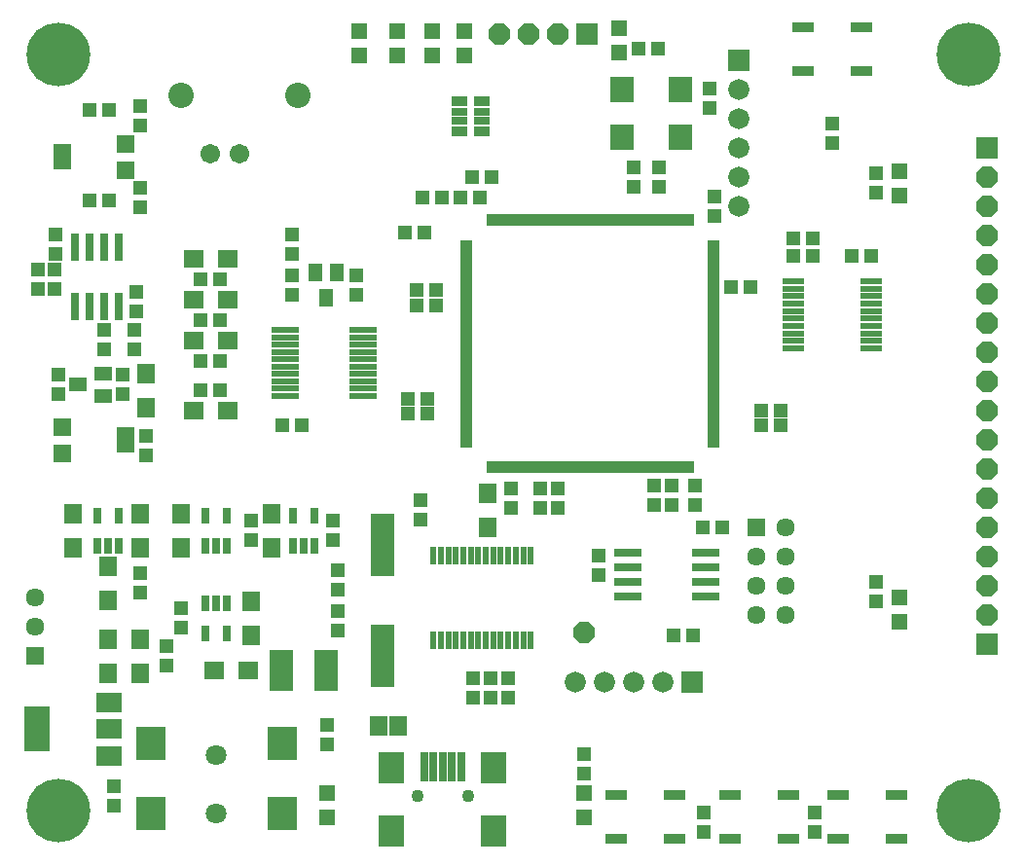
<source format=gts>
G75*
G70*
%OFA0B0*%
%FSLAX24Y24*%
%IPPOS*%
%LPD*%
%AMOC8*
5,1,8,0,0,1.08239X$1,22.5*
%
%ADD10R,0.0946X0.0316*%
%ADD11R,0.0217X0.0630*%
%ADD12R,0.0297X0.0552*%
%ADD13R,0.0434X0.0198*%
%ADD14R,0.0198X0.0434*%
%ADD15R,0.0789X0.0867*%
%ADD16R,0.0720X0.0720*%
%ADD17C,0.0720*%
%ADD18R,0.0513X0.0474*%
%ADD19R,0.0474X0.0513*%
%ADD20OC8,0.0720*%
%ADD21R,0.0867X0.1064*%
%ADD22R,0.0277X0.0986*%
%ADD23C,0.0434*%
%ADD24R,0.0631X0.0710*%
%ADD25R,0.0828X0.1419*%
%ADD26C,0.2180*%
%ADD27R,0.0710X0.0631*%
%ADD28R,0.0730X0.0380*%
%ADD29R,0.0552X0.0552*%
%ADD30R,0.0840X0.2180*%
%ADD31R,0.0592X0.0671*%
%ADD32R,0.0635X0.0635*%
%ADD33C,0.0635*%
%ADD34R,0.0631X0.0474*%
%ADD35R,0.0592X0.0592*%
%ADD36R,0.0592X0.0867*%
%ADD37R,0.0316X0.0946*%
%ADD38R,0.0474X0.0631*%
%ADD39R,0.0867X0.0671*%
%ADD40R,0.0867X0.1576*%
%ADD41C,0.0867*%
%ADD42C,0.0674*%
%ADD43R,0.0533X0.0253*%
%ADD44R,0.0533X0.0328*%
%ADD45R,0.0749X0.0237*%
%ADD46C,0.0710*%
%ADD47R,0.1025X0.1182*%
%ADD48R,0.0970X0.0210*%
D10*
X021138Y009576D03*
X021138Y010076D03*
X021138Y010576D03*
X021138Y011076D03*
X023835Y011076D03*
X023835Y010576D03*
X023835Y010076D03*
X023835Y009576D03*
D11*
X017825Y010965D03*
X017569Y010965D03*
X017313Y010965D03*
X017057Y010965D03*
X016801Y010965D03*
X016545Y010965D03*
X016289Y010965D03*
X016033Y010965D03*
X015777Y010965D03*
X015521Y010965D03*
X015266Y010965D03*
X015010Y010965D03*
X014754Y010965D03*
X014498Y010965D03*
X014498Y008086D03*
X014754Y008086D03*
X015010Y008086D03*
X015266Y008086D03*
X015521Y008086D03*
X015777Y008086D03*
X016033Y008086D03*
X016289Y008086D03*
X016545Y008086D03*
X016801Y008086D03*
X017057Y008086D03*
X017313Y008086D03*
X017569Y008086D03*
X017825Y008086D03*
D12*
X010435Y011314D03*
X010061Y011314D03*
X009687Y011314D03*
X009687Y012337D03*
X010435Y012337D03*
X007435Y012337D03*
X006687Y012337D03*
X006687Y011314D03*
X007061Y011314D03*
X007435Y011314D03*
X007435Y009337D03*
X007061Y009337D03*
X006687Y009337D03*
X006687Y008314D03*
X007435Y008314D03*
X003735Y011314D03*
X003361Y011314D03*
X002987Y011314D03*
X002987Y012337D03*
X003735Y012337D03*
D13*
X015629Y014781D03*
X015629Y014978D03*
X015629Y015174D03*
X015629Y015371D03*
X015629Y015568D03*
X015629Y015765D03*
X015629Y015962D03*
X015629Y016159D03*
X015629Y016356D03*
X015629Y016552D03*
X015629Y016749D03*
X015629Y016946D03*
X015629Y017143D03*
X015629Y017340D03*
X015629Y017537D03*
X015629Y017734D03*
X015629Y017930D03*
X015629Y018127D03*
X015629Y018324D03*
X015629Y018521D03*
X015629Y018718D03*
X015629Y018915D03*
X015629Y019111D03*
X015629Y019308D03*
X015629Y019505D03*
X015629Y019702D03*
X015629Y019899D03*
X015629Y020096D03*
X015629Y020293D03*
X015629Y020489D03*
X015629Y020686D03*
X015629Y020883D03*
X015629Y021080D03*
X015629Y021277D03*
X015629Y021474D03*
X015629Y021671D03*
X024094Y021671D03*
X024094Y021474D03*
X024094Y021277D03*
X024094Y021080D03*
X024094Y020883D03*
X024094Y020686D03*
X024094Y020489D03*
X024094Y020293D03*
X024094Y020096D03*
X024094Y019899D03*
X024094Y019702D03*
X024094Y019505D03*
X024094Y019308D03*
X024094Y019111D03*
X024094Y018915D03*
X024094Y018718D03*
X024094Y018521D03*
X024094Y018324D03*
X024094Y018127D03*
X024094Y017930D03*
X024094Y017734D03*
X024094Y017537D03*
X024094Y017340D03*
X024094Y017143D03*
X024094Y016946D03*
X024094Y016749D03*
X024094Y016552D03*
X024094Y016356D03*
X024094Y016159D03*
X024094Y015962D03*
X024094Y015765D03*
X024094Y015568D03*
X024094Y015371D03*
X024094Y015174D03*
X024094Y014978D03*
X024094Y014781D03*
D14*
X023306Y013993D03*
X023109Y013993D03*
X022912Y013993D03*
X022716Y013993D03*
X022519Y013993D03*
X022322Y013993D03*
X022125Y013993D03*
X021928Y013993D03*
X021731Y013993D03*
X021534Y013993D03*
X021338Y013993D03*
X021141Y013993D03*
X020944Y013993D03*
X020747Y013993D03*
X020550Y013993D03*
X020353Y013993D03*
X020157Y013993D03*
X019960Y013993D03*
X019763Y013993D03*
X019566Y013993D03*
X019369Y013993D03*
X019172Y013993D03*
X018975Y013993D03*
X018779Y013993D03*
X018582Y013993D03*
X018385Y013993D03*
X018188Y013993D03*
X017991Y013993D03*
X017794Y013993D03*
X017597Y013993D03*
X017401Y013993D03*
X017204Y013993D03*
X017007Y013993D03*
X016810Y013993D03*
X016613Y013993D03*
X016416Y013993D03*
X016416Y022458D03*
X016613Y022458D03*
X016810Y022458D03*
X017007Y022458D03*
X017204Y022458D03*
X017401Y022458D03*
X017597Y022458D03*
X017794Y022458D03*
X017991Y022458D03*
X018188Y022458D03*
X018385Y022458D03*
X018582Y022458D03*
X018779Y022458D03*
X018975Y022458D03*
X019172Y022458D03*
X019369Y022458D03*
X019566Y022458D03*
X019763Y022458D03*
X019960Y022458D03*
X020157Y022458D03*
X020353Y022458D03*
X020550Y022458D03*
X020747Y022458D03*
X020944Y022458D03*
X021141Y022458D03*
X021338Y022458D03*
X021534Y022458D03*
X021731Y022458D03*
X021928Y022458D03*
X022125Y022458D03*
X022322Y022458D03*
X022519Y022458D03*
X022716Y022458D03*
X022912Y022458D03*
X023109Y022458D03*
X023306Y022458D03*
D15*
X022961Y025299D03*
X022961Y026952D03*
X020961Y026952D03*
X020961Y025299D03*
D16*
X024961Y027926D03*
X019761Y028826D03*
X033461Y024926D03*
X033461Y007926D03*
X023361Y006626D03*
D17*
X022361Y006626D03*
X021361Y006626D03*
X020361Y006626D03*
X019361Y006626D03*
X024961Y022926D03*
X024961Y023926D03*
X024961Y024926D03*
X024961Y025926D03*
X024961Y026926D03*
D18*
X028161Y025760D03*
X028161Y025091D03*
X029661Y024060D03*
X029661Y023391D03*
X029496Y021226D03*
X028827Y021226D03*
X025346Y020176D03*
X024677Y020176D03*
X025727Y015926D03*
X025727Y015426D03*
X026396Y015426D03*
X026396Y015926D03*
X023461Y013360D03*
X023461Y012691D03*
X023727Y011926D03*
X024396Y011926D03*
X020161Y010960D03*
X020161Y010291D03*
X017161Y012591D03*
X017161Y013260D03*
X014296Y015826D03*
X014296Y016326D03*
X013627Y016326D03*
X013627Y015826D03*
X009996Y015426D03*
X009327Y015426D03*
X007196Y016626D03*
X006527Y016626D03*
X006527Y017626D03*
X007196Y017626D03*
X007196Y019026D03*
X006527Y019026D03*
X006527Y020426D03*
X007196Y020426D03*
X009661Y020560D03*
X009661Y019891D03*
X009661Y021291D03*
X009661Y021960D03*
X011861Y020560D03*
X011861Y019891D03*
X013927Y020076D03*
X013927Y019551D03*
X014596Y019551D03*
X014596Y020076D03*
X014796Y023226D03*
X014127Y023226D03*
X015827Y023926D03*
X016496Y023926D03*
X004461Y023560D03*
X004461Y022891D03*
X003396Y023126D03*
X002727Y023126D03*
X001511Y020760D03*
X000961Y020760D03*
X000961Y020091D03*
X001511Y020091D03*
X004311Y020010D03*
X004311Y019341D03*
X004461Y025691D03*
X004461Y026360D03*
X003396Y026226D03*
X002727Y026226D03*
X016461Y006760D03*
X017061Y006760D03*
X017061Y006091D03*
X016461Y006091D03*
X019661Y004160D03*
X019661Y003491D03*
X023761Y002160D03*
X023761Y001491D03*
X027561Y001491D03*
X027561Y002160D03*
X029661Y009391D03*
X029661Y010060D03*
X010861Y005160D03*
X010861Y004491D03*
D19*
X015861Y006091D03*
X015861Y006760D03*
X011211Y008391D03*
X011211Y009060D03*
X011211Y009791D03*
X011211Y010460D03*
X011061Y011491D03*
X011061Y012160D03*
X008261Y012160D03*
X008261Y011491D03*
X005861Y009160D03*
X005861Y008491D03*
X005361Y007860D03*
X005361Y007191D03*
X004461Y009691D03*
X004461Y010360D03*
X004661Y014391D03*
X004661Y015060D03*
X003861Y016491D03*
X003861Y017160D03*
X004261Y018041D03*
X004261Y018710D03*
X003211Y018710D03*
X003211Y018041D03*
X001661Y017160D03*
X001661Y016491D03*
X001561Y021291D03*
X001561Y021960D03*
X013527Y022026D03*
X014196Y022026D03*
X015427Y023226D03*
X016096Y023226D03*
X021361Y023591D03*
X021361Y024260D03*
X022211Y024260D03*
X022211Y023591D03*
X024111Y023260D03*
X024111Y022591D03*
X026827Y021826D03*
X026827Y021226D03*
X027496Y021226D03*
X027496Y021826D03*
X023961Y026291D03*
X023961Y026960D03*
X022196Y028326D03*
X021527Y028326D03*
X022061Y013360D03*
X022661Y013360D03*
X022661Y012691D03*
X022061Y012691D03*
X018761Y012591D03*
X018161Y012591D03*
X018161Y013260D03*
X018761Y013260D03*
X014061Y012860D03*
X014061Y012191D03*
X022727Y008226D03*
X023396Y008226D03*
X003561Y003060D03*
X003561Y002391D03*
D20*
X019661Y008326D03*
X033461Y008926D03*
X033461Y009926D03*
X033461Y010926D03*
X033461Y011926D03*
X033461Y012926D03*
X033461Y013926D03*
X033461Y014926D03*
X033461Y015926D03*
X033461Y016926D03*
X033461Y017926D03*
X033461Y018926D03*
X033461Y019926D03*
X033461Y020926D03*
X033461Y021926D03*
X033461Y022926D03*
X033461Y023926D03*
X018761Y028826D03*
X017761Y028826D03*
X016761Y028826D03*
D21*
X016563Y003710D03*
X016563Y001545D03*
X013059Y001545D03*
X013059Y003710D03*
D22*
X014181Y003749D03*
X014496Y003749D03*
X014811Y003749D03*
X015126Y003749D03*
X015441Y003749D03*
D23*
X015677Y002726D03*
X013945Y002726D03*
D24*
X008261Y008235D03*
X008261Y009416D03*
X008961Y011235D03*
X008961Y012416D03*
X005861Y012416D03*
X005861Y011235D03*
X004461Y011235D03*
X003361Y010616D03*
X002161Y011235D03*
X002161Y012416D03*
X004461Y012416D03*
X003361Y009435D03*
X003361Y008116D03*
X004461Y008116D03*
X004461Y006935D03*
X003361Y006935D03*
X004661Y016035D03*
X004661Y017216D03*
X016361Y013116D03*
X016361Y011935D03*
D25*
X010829Y007026D03*
X009294Y007026D03*
D26*
X001661Y002226D03*
X032811Y002226D03*
X032811Y028126D03*
X001661Y028126D03*
D27*
X006271Y021126D03*
X007452Y021126D03*
X007452Y019726D03*
X006271Y019726D03*
X006271Y018326D03*
X007452Y018326D03*
X007452Y015926D03*
X006271Y015926D03*
X006971Y007026D03*
X008152Y007026D03*
D28*
X020761Y002776D03*
X020761Y001276D03*
X022761Y001276D03*
X024661Y001276D03*
X024661Y002776D03*
X022761Y002776D03*
X026661Y002776D03*
X028361Y002776D03*
X028361Y001276D03*
X026661Y001276D03*
X030361Y001276D03*
X030361Y002776D03*
X029161Y027576D03*
X029161Y029076D03*
X027161Y029076D03*
X027161Y027576D03*
D29*
X030461Y024139D03*
X030461Y023312D03*
X020861Y028212D03*
X020861Y029039D03*
X015561Y028939D03*
X015561Y028112D03*
X014461Y028112D03*
X014461Y028939D03*
X013261Y028939D03*
X013261Y028112D03*
X011961Y028112D03*
X011961Y028939D03*
X030461Y009539D03*
X030461Y008712D03*
X019661Y002839D03*
X019661Y002012D03*
X010861Y002012D03*
X010861Y002839D03*
D30*
X012761Y007526D03*
X012761Y011326D03*
D31*
X012627Y005126D03*
X013296Y005126D03*
D32*
X025561Y011926D03*
X000861Y007526D03*
D33*
X000861Y008526D03*
X000861Y009526D03*
X025561Y009926D03*
X025561Y010926D03*
X026561Y010926D03*
X026561Y009926D03*
X026561Y008926D03*
X025561Y008926D03*
X026561Y011926D03*
D34*
X003194Y016452D03*
X003194Y017200D03*
X002328Y016826D03*
D35*
X001779Y015378D03*
X001779Y014473D03*
X003944Y024173D03*
X003944Y025078D03*
D36*
X001779Y024626D03*
X003944Y014926D03*
D37*
X003711Y019502D03*
X003211Y019502D03*
X002711Y019502D03*
X002211Y019502D03*
X002211Y021549D03*
X002711Y021549D03*
X003211Y021549D03*
X003711Y021549D03*
D38*
X010437Y020659D03*
X011185Y020659D03*
X010811Y019793D03*
D39*
X003401Y005931D03*
X003401Y005026D03*
X003401Y004120D03*
D40*
X000921Y005026D03*
D41*
X005861Y026726D03*
X009861Y026726D03*
D42*
X007861Y024726D03*
X006861Y024726D03*
D43*
X015377Y025868D03*
X015377Y026183D03*
X016145Y026183D03*
X016145Y025868D03*
D44*
X016145Y025516D03*
X015377Y025516D03*
X015377Y026536D03*
X016145Y026536D03*
D45*
X026834Y020377D03*
X026834Y020121D03*
X026834Y019865D03*
X026834Y019610D03*
X026834Y019354D03*
X026834Y019098D03*
X026834Y018842D03*
X026834Y018586D03*
X026834Y018330D03*
X026834Y018074D03*
X029488Y018074D03*
X029488Y018330D03*
X029488Y018586D03*
X029488Y018842D03*
X029488Y019098D03*
X029488Y019354D03*
X029488Y019610D03*
X029488Y019865D03*
X029488Y020121D03*
X029488Y020377D03*
D46*
X007061Y004126D03*
X007061Y002126D03*
D47*
X004817Y002126D03*
X004817Y004527D03*
X009305Y004527D03*
X009305Y002126D03*
D48*
X009431Y016451D03*
X009431Y016701D03*
X009431Y016951D03*
X009431Y017201D03*
X009431Y017451D03*
X009431Y017701D03*
X009431Y017951D03*
X009431Y018201D03*
X009431Y018451D03*
X009431Y018701D03*
X012091Y018701D03*
X012091Y018451D03*
X012091Y018201D03*
X012091Y017951D03*
X012091Y017701D03*
X012091Y017451D03*
X012091Y017201D03*
X012091Y016951D03*
X012091Y016701D03*
X012091Y016451D03*
M02*

</source>
